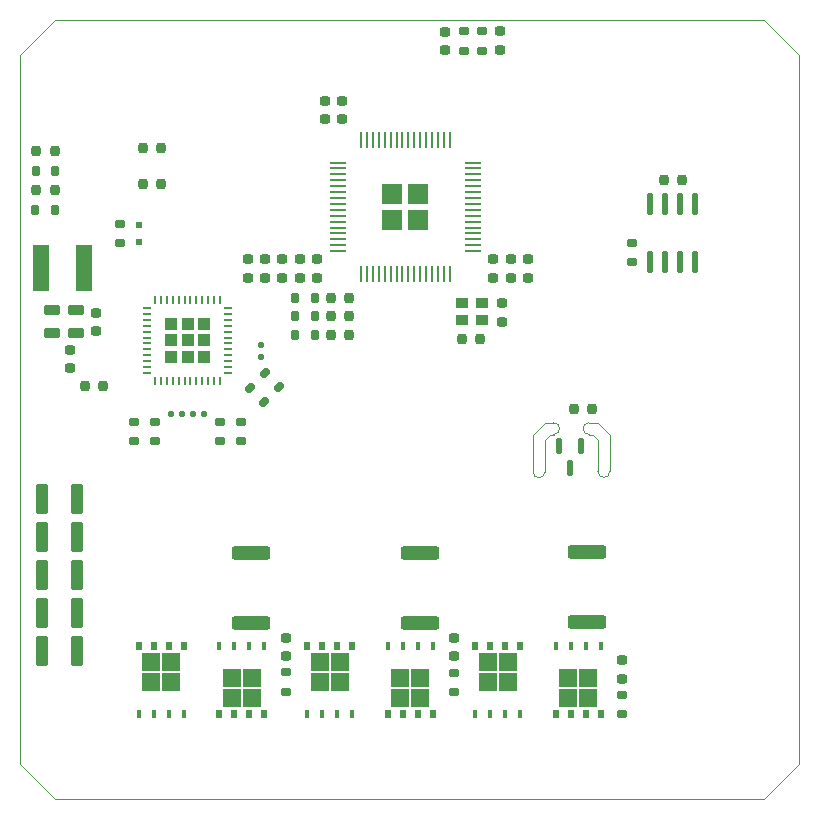
<source format=gtp>
%TF.GenerationSoftware,KiCad,Pcbnew,(5.99.0-10830-g25678ee00d)*%
%TF.CreationDate,2021-08-24T11:38:22+02:00*%
%TF.ProjectId,OpenTurn,4f70656e-5475-4726-9e2e-6b696361645f,rev?*%
%TF.SameCoordinates,Original*%
%TF.FileFunction,Paste,Top*%
%TF.FilePolarity,Positive*%
%FSLAX46Y46*%
G04 Gerber Fmt 4.6, Leading zero omitted, Abs format (unit mm)*
G04 Created by KiCad (PCBNEW (5.99.0-10830-g25678ee00d)) date 2021-08-24 11:38:22*
%MOMM*%
%LPD*%
G01*
G04 APERTURE LIST*
G04 Aperture macros list*
%AMRoundRect*
0 Rectangle with rounded corners*
0 $1 Rounding radius*
0 $2 $3 $4 $5 $6 $7 $8 $9 X,Y pos of 4 corners*
0 Add a 4 corners polygon primitive as box body*
4,1,4,$2,$3,$4,$5,$6,$7,$8,$9,$2,$3,0*
0 Add four circle primitives for the rounded corners*
1,1,$1+$1,$2,$3*
1,1,$1+$1,$4,$5*
1,1,$1+$1,$6,$7*
1,1,$1+$1,$8,$9*
0 Add four rect primitives between the rounded corners*
20,1,$1+$1,$2,$3,$4,$5,0*
20,1,$1+$1,$4,$5,$6,$7,0*
20,1,$1+$1,$6,$7,$8,$9,0*
20,1,$1+$1,$8,$9,$2,$3,0*%
G04 Aperture macros list end*
%TA.AperFunction,Profile*%
%ADD10C,0.050000*%
%TD*%
%ADD11RoundRect,0.175000X-0.175000X-0.250000X0.175000X-0.250000X0.175000X0.250000X-0.175000X0.250000X0*%
%ADD12RoundRect,0.200000X-0.225000X0.200000X-0.225000X-0.200000X0.225000X-0.200000X0.225000X0.200000X0*%
%ADD13RoundRect,0.200000X-0.200000X-0.225000X0.200000X-0.225000X0.200000X0.225000X-0.200000X0.225000X0*%
%ADD14R,1.750000X1.750000*%
%ADD15R,1.400000X0.200000*%
%ADD16R,0.200000X1.400000*%
%ADD17RoundRect,0.229592X-1.395408X0.332908X-1.395408X-0.332908X1.395408X-0.332908X1.395408X0.332908X0*%
%ADD18R,0.500000X0.750000*%
%ADD19R,1.500000X1.500000*%
%ADD20R,0.400000X0.750000*%
%ADD21RoundRect,0.200000X0.225000X-0.200000X0.225000X0.200000X-0.225000X0.200000X-0.225000X-0.200000X0*%
%ADD22RoundRect,0.175000X0.250000X-0.175000X0.250000X0.175000X-0.250000X0.175000X-0.250000X-0.175000X0*%
%ADD23RoundRect,0.175000X0.300520X0.053033X0.053033X0.300520X-0.300520X-0.053033X-0.053033X-0.300520X0*%
%ADD24RoundRect,0.115000X0.145000X-0.115000X0.145000X0.115000X-0.145000X0.115000X-0.145000X-0.115000X0*%
%ADD25RoundRect,0.228261X-0.296739X-1.071739X0.296739X-1.071739X0.296739X1.071739X-0.296739X1.071739X0*%
%ADD26RoundRect,0.193750X-0.193750X-0.231250X0.193750X-0.231250X0.193750X0.231250X-0.193750X0.231250X0*%
%ADD27RoundRect,0.225000X0.450000X-0.225000X0.450000X0.225000X-0.450000X0.225000X-0.450000X-0.225000X0*%
%ADD28R,1.400000X3.900000*%
%ADD29RoundRect,0.193750X0.231250X-0.193750X0.231250X0.193750X-0.231250X0.193750X-0.231250X-0.193750X0*%
%ADD30RoundRect,0.200000X0.200000X0.225000X-0.200000X0.225000X-0.200000X-0.225000X0.200000X-0.225000X0*%
%ADD31RoundRect,0.175000X-0.250000X0.175000X-0.250000X-0.175000X0.250000X-0.175000X0.250000X0.175000X0*%
%ADD32RoundRect,0.115000X0.115000X0.145000X-0.115000X0.145000X-0.115000X-0.145000X0.115000X-0.145000X0*%
%ADD33RoundRect,0.125000X-0.125000X0.800000X-0.125000X-0.800000X0.125000X-0.800000X0.125000X0.800000X0*%
%ADD34R,0.600000X0.500000*%
%ADD35R,1.050000X0.900000*%
%ADD36RoundRect,0.250000X-0.300000X0.300000X-0.300000X-0.300000X0.300000X-0.300000X0.300000X0.300000X0*%
%ADD37RoundRect,0.037500X-0.037500X0.350000X-0.037500X-0.350000X0.037500X-0.350000X0.037500X0.350000X0*%
%ADD38RoundRect,0.037500X-0.350000X0.037500X-0.350000X-0.037500X0.350000X-0.037500X0.350000X0.037500X0*%
%ADD39RoundRect,0.115000X-0.115000X-0.145000X0.115000X-0.145000X0.115000X0.145000X-0.115000X0.145000X0*%
%ADD40RoundRect,0.125000X-0.125000X0.562500X-0.125000X-0.562500X0.125000X-0.562500X0.125000X0.562500X0*%
%ADD41RoundRect,0.193750X0.193750X0.231250X-0.193750X0.231250X-0.193750X-0.231250X0.193750X-0.231250X0*%
G04 APERTURE END LIST*
D10*
X94000000Y-157000000D02*
X93999999Y-97000000D01*
X156999999Y-94000000D02*
X96999999Y-94000000D01*
X139200002Y-129125000D02*
X138874998Y-129125000D01*
X143950000Y-129150000D02*
X142925000Y-128125000D01*
X142199998Y-129125000D02*
X142525000Y-129125000D01*
X156999999Y-94000000D02*
X160000000Y-97000000D01*
X142925000Y-128125000D02*
X142200002Y-128125000D01*
X138874998Y-129125000D02*
X138449998Y-129550000D01*
X96999999Y-94000000D02*
X93999999Y-97000000D01*
X139199998Y-128125000D02*
G75*
G02*
X139200002Y-129125000I2J-500000D01*
G01*
X160000000Y-157000000D02*
X160000000Y-97000000D01*
X138474998Y-128125000D02*
X139199998Y-128125000D01*
X97000000Y-160000000D02*
X94000000Y-157000000D01*
X138450000Y-132275000D02*
G75*
G02*
X137450000Y-132275000I-500000J0D01*
G01*
X137450000Y-132275000D02*
X137449998Y-129150000D01*
X142950000Y-132250000D02*
X142950000Y-129550000D01*
X97000000Y-160000000D02*
X157000000Y-160000000D01*
X142525000Y-129125000D02*
X142950000Y-129550000D01*
X142200002Y-128125000D02*
G75*
G03*
X142199998Y-129125000I-2J-500000D01*
G01*
X142950000Y-132250000D02*
G75*
G03*
X143950000Y-132250000I500000J0D01*
G01*
X137449998Y-129150000D02*
X138474998Y-128125000D01*
X138450000Y-132275000D02*
X138449998Y-129550000D01*
X143950000Y-132250000D02*
X143950000Y-129150000D01*
X157000000Y-160000000D02*
X160000000Y-157000000D01*
D11*
X117317498Y-117525000D03*
X118967498Y-117525000D03*
X117317499Y-120734826D03*
X118967499Y-120734826D03*
X117317499Y-119125002D03*
X118967499Y-119125002D03*
D12*
X117730000Y-114305000D03*
X117730000Y-115855000D03*
X137044998Y-114300003D03*
X137044998Y-115850003D03*
X119824999Y-100874998D03*
X119824999Y-102424998D03*
X135574999Y-114299999D03*
X135574999Y-115849999D03*
D13*
X120342499Y-119125002D03*
X121892499Y-119125002D03*
D12*
X119199997Y-114305000D03*
X119199997Y-115855000D03*
D13*
X120342498Y-120734826D03*
X121892498Y-120734826D03*
D12*
X121300000Y-100875000D03*
X121300000Y-102425000D03*
X114750001Y-114305000D03*
X114750001Y-115855000D03*
D13*
X131399998Y-121000004D03*
X132949998Y-121000004D03*
D12*
X134799994Y-118020168D03*
X134799994Y-119570168D03*
D13*
X120342499Y-117525000D03*
X121892499Y-117525000D03*
X99525000Y-125025000D03*
X101075000Y-125025000D03*
D14*
X127749999Y-110950000D03*
X127749999Y-108750000D03*
X125549999Y-108750000D03*
X125549999Y-110950000D03*
D15*
X132349999Y-113600000D03*
X132349999Y-113100000D03*
X132349999Y-112600000D03*
X132349999Y-112100000D03*
X132349999Y-111600000D03*
X132349999Y-111100000D03*
X132349999Y-110600000D03*
X132349999Y-110100000D03*
X132349999Y-109600000D03*
X132349999Y-109100000D03*
X132349999Y-108600000D03*
X132349999Y-108100000D03*
X132349999Y-107600000D03*
X132349999Y-107100000D03*
X132349999Y-106600000D03*
X132349999Y-106100000D03*
D16*
X130399999Y-104150000D03*
X129899999Y-104150000D03*
X129399999Y-104150000D03*
X128899999Y-104150000D03*
X128399999Y-104150000D03*
X127899999Y-104150000D03*
X127399999Y-104150000D03*
X126899999Y-104150000D03*
X126399999Y-104150000D03*
X125899999Y-104150000D03*
X125399999Y-104150000D03*
X124899999Y-104150000D03*
X124399999Y-104150000D03*
X123899999Y-104150000D03*
X123399999Y-104150000D03*
X122899999Y-104150000D03*
D15*
X120949999Y-106100000D03*
X120949999Y-106600000D03*
X120949999Y-107100000D03*
X120949999Y-107600000D03*
X120949999Y-108100000D03*
X120949999Y-108600000D03*
X120949999Y-109100000D03*
X120949999Y-109600000D03*
X120949999Y-110100000D03*
X120949999Y-110600000D03*
X120949999Y-111100000D03*
X120949999Y-111600000D03*
X120949999Y-112100000D03*
X120949999Y-112600000D03*
X120949999Y-113100000D03*
X120949999Y-113600000D03*
D16*
X122899999Y-115550000D03*
X123399999Y-115550000D03*
X123899999Y-115550000D03*
X124399999Y-115550000D03*
X124899999Y-115550000D03*
X125399999Y-115550000D03*
X125899999Y-115550000D03*
X126399999Y-115550000D03*
X126899999Y-115550000D03*
X127399999Y-115550000D03*
X127899999Y-115550000D03*
X128399999Y-115550000D03*
X128899999Y-115550000D03*
X129399999Y-115550000D03*
X129899999Y-115550000D03*
X130399999Y-115550000D03*
D12*
X116230000Y-114305000D03*
X116230000Y-115855000D03*
X134099998Y-114300000D03*
X134099998Y-115850000D03*
D17*
X127869665Y-139133838D03*
X127869665Y-145058838D03*
X113600000Y-139123169D03*
X113600000Y-145048169D03*
D18*
X140640000Y-152810834D03*
D19*
X140425000Y-149705834D03*
X142125000Y-151405834D03*
X140425000Y-151405834D03*
D18*
X139370000Y-152810834D03*
X141910000Y-152810834D03*
X143180000Y-152810834D03*
D19*
X142125000Y-149705834D03*
D20*
X143180000Y-147005834D03*
X141910000Y-147005834D03*
X140640000Y-147005834D03*
X139370000Y-147005834D03*
D21*
X100450000Y-120400000D03*
X100450000Y-118850000D03*
D22*
X103650000Y-129687500D03*
X103650000Y-128037500D03*
D23*
X115908362Y-125120863D03*
X114741636Y-123954137D03*
D12*
X98250000Y-121975000D03*
X98250000Y-123525000D03*
D18*
X136380000Y-147000834D03*
X133840000Y-147000834D03*
D19*
X135325000Y-150105834D03*
D18*
X135110000Y-147000834D03*
D19*
X133625000Y-150105834D03*
X135325000Y-148405834D03*
X133625000Y-148405834D03*
D18*
X132570000Y-147000834D03*
D20*
X132570000Y-152805834D03*
X133840000Y-152805834D03*
X135110000Y-152805834D03*
X136380000Y-152805834D03*
D23*
X114635570Y-126393654D03*
X113468844Y-125226928D03*
D12*
X113280000Y-114305000D03*
X113280000Y-115855000D03*
D22*
X116550000Y-150910669D03*
X116550000Y-149260669D03*
D19*
X113625000Y-151400907D03*
X111925000Y-151400907D03*
D18*
X113410000Y-152805907D03*
X110870000Y-152805907D03*
X112140000Y-152805907D03*
D19*
X113625000Y-149700907D03*
D18*
X114680000Y-152805907D03*
D19*
X111925000Y-149700907D03*
D20*
X114680000Y-147000907D03*
X113410000Y-147000907D03*
X112140000Y-147000907D03*
X110870000Y-147000907D03*
D22*
X144975000Y-152825000D03*
X144975000Y-151175000D03*
D24*
X114400000Y-122542500D03*
X114400000Y-121582500D03*
D25*
X95875000Y-141025000D03*
X98825000Y-141025000D03*
D22*
X102500000Y-112925000D03*
X102500000Y-111275000D03*
D25*
X95875000Y-147425000D03*
X98825000Y-147425000D03*
D21*
X130725000Y-147910669D03*
X130725000Y-146360669D03*
D26*
X104412500Y-104875000D03*
X105987500Y-104875000D03*
D27*
X98716346Y-120500000D03*
X98716346Y-118600000D03*
D28*
X99400000Y-115050000D03*
X95800000Y-115050000D03*
D29*
X134690000Y-96567500D03*
X134690000Y-94992500D03*
D30*
X142475000Y-127000000D03*
X140925000Y-127000000D03*
D17*
X142000000Y-139073169D03*
X142000000Y-144998169D03*
D31*
X145800000Y-112900000D03*
X145800000Y-114550000D03*
D11*
X95325000Y-110098505D03*
X96975000Y-110098505D03*
D19*
X106825000Y-150100907D03*
D18*
X104070000Y-146995907D03*
X105340000Y-146995907D03*
D19*
X106825000Y-148400907D03*
D18*
X107880000Y-146995907D03*
D19*
X105125000Y-148400907D03*
D18*
X106610000Y-146995907D03*
D19*
X105125000Y-150100907D03*
D20*
X104070000Y-152800907D03*
X105340000Y-152800907D03*
X106610000Y-152800907D03*
X107880000Y-152800907D03*
D32*
X109609999Y-127362500D03*
X108649999Y-127362500D03*
D21*
X116550000Y-147885669D03*
X116550000Y-146335669D03*
D33*
X151180000Y-109600000D03*
X149910000Y-109600000D03*
X148640000Y-109600000D03*
X147370000Y-109600000D03*
X147370000Y-114550000D03*
X148640000Y-114550000D03*
X149910000Y-114550000D03*
X151180000Y-114550000D03*
D11*
X95350000Y-106798505D03*
X97000000Y-106798505D03*
D34*
X104050000Y-112795482D03*
X104050000Y-111395482D03*
D35*
X133149996Y-118025000D03*
X131399996Y-118025000D03*
X131399996Y-119425000D03*
X133149996Y-119425000D03*
D36*
X108200000Y-121162500D03*
X106830000Y-121162500D03*
X109570000Y-122532500D03*
X109570000Y-119792500D03*
X108200000Y-119792500D03*
X108200000Y-122532500D03*
X106830000Y-122532500D03*
X109570000Y-121162500D03*
X106830000Y-119792500D03*
D37*
X110950000Y-117725000D03*
X110450000Y-117725000D03*
X109950000Y-117725000D03*
X109450000Y-117725000D03*
X108950000Y-117725000D03*
X108450000Y-117725000D03*
X107950000Y-117725000D03*
X107450000Y-117725000D03*
X106950000Y-117725000D03*
X106450000Y-117725000D03*
X105950000Y-117725000D03*
X105450000Y-117725000D03*
D38*
X104762500Y-118412500D03*
X104762500Y-118912500D03*
X104762500Y-119412500D03*
X104762500Y-119912500D03*
X104762500Y-120412500D03*
X104762500Y-120912500D03*
X104762500Y-121412500D03*
X104762500Y-121912500D03*
X104762500Y-122412500D03*
X104762500Y-122912500D03*
X104762500Y-123412500D03*
X104762500Y-123912500D03*
D37*
X105450000Y-124600000D03*
X105950000Y-124600000D03*
X106450000Y-124600000D03*
X106950000Y-124600000D03*
X107450000Y-124600000D03*
X107950000Y-124600000D03*
X108450000Y-124600000D03*
X108950000Y-124600000D03*
X109450000Y-124600000D03*
X109950000Y-124600000D03*
X110450000Y-124600000D03*
X110950000Y-124600000D03*
D38*
X111637500Y-123912500D03*
X111637500Y-123412500D03*
X111637500Y-122912500D03*
X111637500Y-122412500D03*
X111637500Y-121912500D03*
X111637500Y-121412500D03*
X111637500Y-120912500D03*
X111637500Y-120412500D03*
X111637500Y-119912500D03*
X111637500Y-119412500D03*
X111637500Y-118912500D03*
X111637500Y-118412500D03*
D31*
X131620000Y-94975000D03*
X131620000Y-96625000D03*
D13*
X148500000Y-107550000D03*
X150050000Y-107550000D03*
D39*
X106794999Y-127362500D03*
X107754999Y-127362500D03*
D40*
X141550000Y-130112500D03*
X139650000Y-130112500D03*
X140600000Y-131987500D03*
D22*
X112724998Y-129687500D03*
X112724998Y-128037500D03*
D29*
X129970000Y-96579999D03*
X129970000Y-95004999D03*
D21*
X144975000Y-149800000D03*
X144975000Y-148250000D03*
D27*
X96741346Y-120500000D03*
X96741346Y-118600000D03*
D41*
X96962500Y-105148505D03*
X95387500Y-105148505D03*
D25*
X95875000Y-144225000D03*
X98825000Y-144225000D03*
D22*
X105450000Y-129687500D03*
X105450000Y-128037500D03*
D41*
X96962500Y-108423505D03*
X95387500Y-108423505D03*
D18*
X126409665Y-152816576D03*
X128949665Y-152816576D03*
D19*
X127894665Y-149711576D03*
D18*
X125139665Y-152816576D03*
D19*
X126194665Y-149711576D03*
D18*
X127679665Y-152816576D03*
D19*
X126194665Y-151411576D03*
X127894665Y-151411576D03*
D20*
X128949665Y-147011576D03*
X127679665Y-147011576D03*
X126409665Y-147011576D03*
X125139665Y-147011576D03*
D31*
X133100000Y-94975000D03*
X133100000Y-96625000D03*
D22*
X130725000Y-150935669D03*
X130725000Y-149285669D03*
D25*
X95875000Y-137825000D03*
X98825000Y-137825000D03*
X95875000Y-134625000D03*
X98825000Y-134625000D03*
D18*
X122149665Y-147006576D03*
X118339665Y-147006576D03*
X119609665Y-147006576D03*
D19*
X119394665Y-148411576D03*
X121094665Y-150111576D03*
X121094665Y-148411576D03*
X119394665Y-150111576D03*
D18*
X120879665Y-147006576D03*
D20*
X118339665Y-152811576D03*
X119609665Y-152811576D03*
X120879665Y-152811576D03*
X122149665Y-152811576D03*
D22*
X110925000Y-129687500D03*
X110925000Y-128037500D03*
D26*
X104412500Y-107875000D03*
X105987500Y-107875000D03*
M02*

</source>
